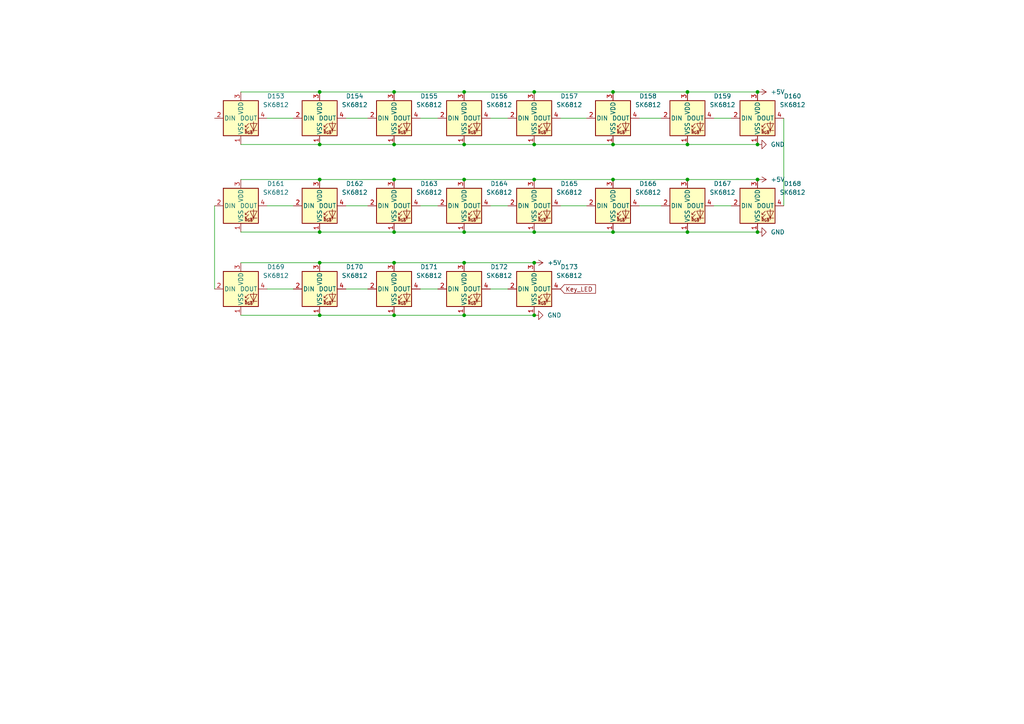
<source format=kicad_sch>
(kicad_sch (version 20250114) (generator "eeschema") (generator_version "9.0")
  (paper "A4")
  (lib_symbols
    (symbol "LED:SK6812" (pin_names (offset 0.254))
      (property "Reference" "D" (at 5.08 5.715 0))
      (property "Value" "SK6812" (at 1.27 -5.715 0))
      (symbol "SK6812_0_0"
        (text "RGB" (at 2.286 -4.191 0) (effects (font (size 0.762 0.762))))
      )
      (symbol "SK6812_0_1"
        (polyline (pts (xy 1.27 -2.54) (xy 1.778 -2.54)))
        (polyline (pts (xy 1.27 -3.556) (xy 1.778 -3.556)))
        (polyline (pts (xy 2.286 -1.524) (xy 1.27 -2.54) (xy 1.27 -2.032)))
        (polyline (pts (xy 2.286 -2.54) (xy 1.27 -3.556) (xy 1.27 -3.048)))
        (polyline (pts (xy 3.683 -1.016) (xy 3.683 -3.556) (xy 3.683 -4.064)))
        (polyline (pts (xy 4.699 -1.524) (xy 2.667 -1.524) (xy 3.683 -3.556) (xy 4.699 -1.524)))
        (polyline (pts (xy 4.699 -3.556) (xy 2.667 -3.556)))
        (rectangle (start 5.08 5.08) (end -5.08 -5.08) (stroke (width 0.254)) (fill (type background)))
      )
      (symbol "SK6812_1_1"
        (pin input line (at -7.62 0 0) (length 2.54) (name "DIN") (number "2"))
        (pin power_in line (at 0 7.62 270) (length 2.54) (name "VDD") (number "3"))
        (pin power_in line (at 0 -7.62 90) (length 2.54) (name "VSS") (number "1"))
        (pin output line (at 7.62 0 180) (length 2.54) (name "DOUT") (number "4"))
      )
    )
    (symbol "power:+5V" (power) (pin_numbers (hide yes)) (pin_names (offset 0) (hide yes))
      (property "Value" "+5V" (at 0 3.556 0))
      (symbol "+5V_0_1"
        (polyline (pts (xy -0.762 1.27) (xy 0 2.54)))
        (polyline (pts (xy 0 2.54) (xy 0.762 1.27)))
        (polyline (pts (xy 0 0) (xy 0 2.54)))
      )
      (symbol "+5V_1_1"
        (pin power_in line (at 0 0 90) (length 0) (name "~") (number "1"))
      )
    )
    (symbol "power:GND" (power) (pin_numbers (hide yes)) (pin_names (offset 0) (hide yes))
      (property "Value" "GND" (at 0 -3.81 0))
      (symbol "GND_0_1"
        (polyline (pts (xy 0 0) (xy 0 -1.27) (xy 1.27 -1.27) (xy 0 -2.54) (xy -1.27 -1.27) (xy 0 -1.27)))
      )
      (symbol "GND_1_1"
        (pin power_in line (at 0 0 270) (length 0) (name "~") (number "1"))
      )
    )
  )
  (junction (at 154.94 91.44))
  (junction (at 114.3 91.44))
  (junction (at 92.71 67.31))
  (junction (at 114.3 41.91))
  (junction (at 199.39 67.31))
  (junction (at 199.39 41.91))
  (junction (at 134.62 91.44))
  (junction (at 134.62 52.07))
  (junction (at 154.94 67.31))
  (junction (at 219.71 41.91))
  (junction (at 134.62 26.67))
  (junction (at 114.3 26.67))
  (junction (at 219.71 67.31))
  (junction (at 219.71 52.07))
  (junction (at 92.71 52.07))
  (junction (at 92.71 76.2))
  (junction (at 177.8 52.07))
  (junction (at 134.62 76.2))
  (junction (at 154.94 41.91))
  (junction (at 92.71 91.44))
  (junction (at 114.3 52.07))
  (junction (at 177.8 67.31))
  (junction (at 134.62 67.31))
  (junction (at 92.71 26.67))
  (junction (at 154.94 76.2))
  (junction (at 199.39 26.67))
  (junction (at 177.8 41.91))
  (junction (at 199.39 52.07))
  (junction (at 219.71 26.67))
  (junction (at 154.94 26.67))
  (junction (at 154.94 52.07))
  (junction (at 114.3 76.2))
  (junction (at 177.8 26.67))
  (junction (at 92.71 41.91))
  (junction (at 114.3 67.31))
  (junction (at 134.62 41.91))
  (wire (pts (xy 69.85 76.2) (xy 92.71 76.2)))
  (wire (pts (xy 142.24 83.82) (xy 147.32 83.82)))
  (wire (pts (xy 134.62 76.2) (xy 154.94 76.2)))
  (wire (pts (xy 154.94 67.31) (xy 177.8 67.31)))
  (wire (pts (xy 92.71 91.44) (xy 114.3 91.44)))
  (wire (pts (xy 114.3 52.07) (xy 134.62 52.07)))
  (wire (pts (xy 77.47 59.69) (xy 85.09 59.69)))
  (wire (pts (xy 134.62 26.67) (xy 154.94 26.67)))
  (wire (pts (xy 100.33 83.82) (xy 106.68 83.82)))
  (wire (pts (xy 142.24 34.29) (xy 147.32 34.29)))
  (wire (pts (xy 114.3 76.2) (xy 134.62 76.2)))
  (wire (pts (xy 162.56 34.29) (xy 170.18 34.29)))
  (wire (pts (xy 121.92 83.82) (xy 127 83.82)))
  (wire (pts (xy 114.3 91.44) (xy 134.62 91.44)))
  (wire (pts (xy 77.47 83.82) (xy 85.09 83.82)))
  (wire (pts (xy 121.92 34.29) (xy 127 34.29)))
  (wire (pts (xy 121.92 59.69) (xy 127 59.69)))
  (wire (pts (xy 77.47 34.29) (xy 85.09 34.29)))
  (wire (pts (xy 154.94 41.91) (xy 177.8 41.91)))
  (wire (pts (xy 69.85 91.44) (xy 92.71 91.44)))
  (wire (pts (xy 100.33 34.29) (xy 106.68 34.29)))
  (wire (pts (xy 92.71 26.67) (xy 114.3 26.67)))
  (wire (pts (xy 92.71 52.07) (xy 114.3 52.07)))
  (wire (pts (xy 134.62 52.07) (xy 154.94 52.07)))
  (wire (pts (xy 62.23 59.69) (xy 62.23 83.82)))
  (wire (pts (xy 177.8 67.31) (xy 199.39 67.31)))
  (wire (pts (xy 199.39 26.67) (xy 219.71 26.67)))
  (wire (pts (xy 154.94 26.67) (xy 177.8 26.67)))
  (wire (pts (xy 134.62 67.31) (xy 154.94 67.31)))
  (wire (pts (xy 154.94 52.07) (xy 177.8 52.07)))
  (wire (pts (xy 142.24 59.69) (xy 147.32 59.69)))
  (wire (pts (xy 100.33 59.69) (xy 106.68 59.69)))
  (wire (pts (xy 134.62 91.44) (xy 154.94 91.44)))
  (wire (pts (xy 177.8 41.91) (xy 199.39 41.91)))
  (wire (pts (xy 199.39 52.07) (xy 219.71 52.07)))
  (wire (pts (xy 69.85 67.31) (xy 92.71 67.31)))
  (wire (pts (xy 69.85 26.67) (xy 92.71 26.67)))
  (wire (pts (xy 207.01 34.29) (xy 212.09 34.29)))
  (wire (pts (xy 177.8 26.67) (xy 199.39 26.67)))
  (wire (pts (xy 92.71 41.91) (xy 114.3 41.91)))
  (wire (pts (xy 69.85 52.07) (xy 92.71 52.07)))
  (wire (pts (xy 92.71 67.31) (xy 114.3 67.31)))
  (wire (pts (xy 199.39 41.91) (xy 219.71 41.91)))
  (wire (pts (xy 114.3 67.31) (xy 134.62 67.31)))
  (wire (pts (xy 185.42 59.69) (xy 191.77 59.69)))
  (wire (pts (xy 69.85 41.91) (xy 92.71 41.91)))
  (wire (pts (xy 134.62 41.91) (xy 154.94 41.91)))
  (wire (pts (xy 114.3 26.67) (xy 134.62 26.67)))
  (wire (pts (xy 177.8 52.07) (xy 199.39 52.07)))
  (wire (pts (xy 162.56 59.69) (xy 170.18 59.69)))
  (wire (pts (xy 114.3 41.91) (xy 134.62 41.91)))
  (wire (pts (xy 207.01 59.69) (xy 212.09 59.69)))
  (wire (pts (xy 199.39 67.31) (xy 219.71 67.31)))
  (wire (pts (xy 92.71 76.2) (xy 114.3 76.2)))
  (wire (pts (xy 227.33 34.29) (xy 227.33 59.69)))
  (wire (pts (xy 185.42 34.29) (xy 191.77 34.29)))
  (global_label "Key_LED" (shape input) (at 162.56 83.82 0) (property "Intersheetrefs" "${INTERSHEET_REFS}" (effects (hide yes))))
  (symbol (lib_id "power:GND") (at 154.94 91.44 90) (unit 1)
    (property "Reference" "#PWR019" (effects (hide yes)))
    (property "Value" "GND" (at 158.75 91.4399 90) (effects (justify right)))
    (property "Description" "Power symbol creates a global label with name \"GND\" , ground" (effects (hide yes)))
  )
  (symbol (lib_id "power:+5V") (at 219.71 26.67 270) (unit 1)
    (property "Reference" "#PWR014" (effects (hide yes)))
    (property "Value" "+5V" (at 223.52 26.6699 90) (effects (justify left)))
    (property "Description" "Power symbol creates a global label with name \"+5V\"" (effects (hide yes)))
  )
  (symbol (lib_id "LED:SK6812") (at 69.85 59.69 0) (unit 1)
    (property "Reference" "D161" (at 80.01 53.2698 0))
    (property "Value" "SK6812" (at 80.01 55.8098 0))
    (property "Footprint" "LED_SMD:LED_SK6812_PLCC4_5.0x5.0mm_P3.2mm" (effects (hide yes)))
    (property "Datasheet" "https://cdn-shop.adafruit.com/product-files/1138/SK6812+LED+datasheet+.pdf" (effects (hide yes)))
    (property "Description" "RGB LED with integrated controller" (effects (hide yes)))
  )
  (symbol (lib_id "LED:SK6812") (at 92.71 83.82 0) (unit 1)
    (property "Reference" "D170" (at 102.87 77.3998 0))
    (property "Value" "SK6812" (at 102.87 79.9398 0))
    (property "Footprint" "LED_SMD:LED_SK6812_PLCC4_5.0x5.0mm_P3.2mm" (effects (hide yes)))
    (property "Datasheet" "https://cdn-shop.adafruit.com/product-files/1138/SK6812+LED+datasheet+.pdf" (effects (hide yes)))
    (property "Description" "RGB LED with integrated controller" (effects (hide yes)))
  )
  (symbol (lib_id "LED:SK6812") (at 154.94 83.82 0) (unit 1)
    (property "Reference" "D173" (at 165.1 77.3998 0))
    (property "Value" "SK6812" (at 165.1 79.9398 0))
    (property "Footprint" "LED_SMD:LED_SK6812_PLCC4_5.0x5.0mm_P3.2mm" (effects (hide yes)))
    (property "Datasheet" "https://cdn-shop.adafruit.com/product-files/1138/SK6812+LED+datasheet+.pdf" (effects (hide yes)))
    (property "Description" "RGB LED with integrated controller" (effects (hide yes)))
  )
  (symbol (lib_id "LED:SK6812") (at 114.3 34.29 0) (unit 1)
    (property "Reference" "D155" (at 124.46 27.8698 0))
    (property "Value" "SK6812" (at 124.46 30.4098 0))
    (property "Footprint" "LED_SMD:LED_SK6812_PLCC4_5.0x5.0mm_P3.2mm" (effects (hide yes)))
    (property "Datasheet" "https://cdn-shop.adafruit.com/product-files/1138/SK6812+LED+datasheet+.pdf" (effects (hide yes)))
    (property "Description" "RGB LED with integrated controller" (effects (hide yes)))
  )
  (symbol (lib_id "LED:SK6812") (at 199.39 59.69 0) (unit 1)
    (property "Reference" "D167" (at 209.55 53.2698 0))
    (property "Value" "SK6812" (at 209.55 55.8098 0))
    (property "Footprint" "LED_SMD:LED_SK6812_PLCC4_5.0x5.0mm_P3.2mm" (effects (hide yes)))
    (property "Datasheet" "https://cdn-shop.adafruit.com/product-files/1138/SK6812+LED+datasheet+.pdf" (effects (hide yes)))
    (property "Description" "RGB LED with integrated controller" (effects (hide yes)))
  )
  (symbol (lib_id "power:+5V") (at 219.71 52.07 270) (unit 1)
    (property "Reference" "#PWR015" (effects (hide yes)))
    (property "Value" "+5V" (at 223.52 52.0699 90) (effects (justify left)))
    (property "Description" "Power symbol creates a global label with name \"+5V\"" (effects (hide yes)))
  )
  (symbol (lib_id "power:GND") (at 219.71 67.31 90) (unit 1)
    (property "Reference" "#PWR018" (effects (hide yes)))
    (property "Value" "GND" (at 223.52 67.3099 90) (effects (justify right)))
    (property "Description" "Power symbol creates a global label with name \"GND\" , ground" (effects (hide yes)))
  )
  (symbol (lib_id "LED:SK6812") (at 219.71 34.29 0) (unit 1)
    (property "Reference" "D160" (at 229.87 27.8698 0))
    (property "Value" "SK6812" (at 229.87 30.4098 0))
    (property "Footprint" "LED_SMD:LED_SK6812_PLCC4_5.0x5.0mm_P3.2mm" (effects (hide yes)))
    (property "Datasheet" "https://cdn-shop.adafruit.com/product-files/1138/SK6812+LED+datasheet+.pdf" (effects (hide yes)))
    (property "Description" "RGB LED with integrated controller" (effects (hide yes)))
  )
  (symbol (lib_id "LED:SK6812") (at 219.71 59.69 0) (unit 1)
    (property "Reference" "D168" (at 229.87 53.2698 0))
    (property "Value" "SK6812" (at 229.87 55.8098 0))
    (property "Footprint" "LED_SMD:LED_SK6812_PLCC4_5.0x5.0mm_P3.2mm" (effects (hide yes)))
    (property "Datasheet" "https://cdn-shop.adafruit.com/product-files/1138/SK6812+LED+datasheet+.pdf" (effects (hide yes)))
    (property "Description" "RGB LED with integrated controller" (effects (hide yes)))
  )
  (symbol (lib_id "LED:SK6812") (at 134.62 34.29 0) (unit 1)
    (property "Reference" "D156" (at 144.78 27.8698 0))
    (property "Value" "SK6812" (at 144.78 30.4098 0))
    (property "Footprint" "LED_SMD:LED_SK6812_PLCC4_5.0x5.0mm_P3.2mm" (effects (hide yes)))
    (property "Datasheet" "https://cdn-shop.adafruit.com/product-files/1138/SK6812+LED+datasheet+.pdf" (effects (hide yes)))
    (property "Description" "RGB LED with integrated controller" (effects (hide yes)))
  )
  (symbol (lib_id "LED:SK6812") (at 92.71 34.29 0) (unit 1)
    (property "Reference" "D154" (at 102.87 27.8698 0))
    (property "Value" "SK6812" (at 102.87 30.4098 0))
    (property "Footprint" "LED_SMD:LED_SK6812_PLCC4_5.0x5.0mm_P3.2mm" (effects (hide yes)))
    (property "Datasheet" "https://cdn-shop.adafruit.com/product-files/1138/SK6812+LED+datasheet+.pdf" (effects (hide yes)))
    (property "Description" "RGB LED with integrated controller" (effects (hide yes)))
  )
  (symbol (lib_id "LED:SK6812") (at 154.94 59.69 0) (unit 1)
    (property "Reference" "D165" (at 165.1 53.2698 0))
    (property "Value" "SK6812" (at 165.1 55.8098 0))
    (property "Footprint" "LED_SMD:LED_SK6812_PLCC4_5.0x5.0mm_P3.2mm" (effects (hide yes)))
    (property "Datasheet" "https://cdn-shop.adafruit.com/product-files/1138/SK6812+LED+datasheet+.pdf" (effects (hide yes)))
    (property "Description" "RGB LED with integrated controller" (effects (hide yes)))
  )
  (symbol (lib_id "LED:SK6812") (at 69.85 34.29 0) (unit 1)
    (property "Reference" "D153" (at 80.01 27.8698 0))
    (property "Value" "SK6812" (at 80.01 30.4098 0))
    (property "Footprint" "LED_SMD:LED_SK6812_PLCC4_5.0x5.0mm_P3.2mm" (effects (hide yes)))
    (property "Datasheet" "https://cdn-shop.adafruit.com/product-files/1138/SK6812+LED+datasheet+.pdf" (effects (hide yes)))
    (property "Description" "RGB LED with integrated controller" (effects (hide yes)))
  )
  (symbol (lib_id "LED:SK6812") (at 154.94 34.29 0) (unit 1)
    (property "Reference" "D157" (at 165.1 27.8698 0))
    (property "Value" "SK6812" (at 165.1 30.4098 0))
    (property "Footprint" "LED_SMD:LED_SK6812_PLCC4_5.0x5.0mm_P3.2mm" (effects (hide yes)))
    (property "Datasheet" "https://cdn-shop.adafruit.com/product-files/1138/SK6812+LED+datasheet+.pdf" (effects (hide yes)))
    (property "Description" "RGB LED with integrated controller" (effects (hide yes)))
  )
  (symbol (lib_id "LED:SK6812") (at 134.62 83.82 0) (unit 1)
    (property "Reference" "D172" (at 144.78 77.3998 0))
    (property "Value" "SK6812" (at 144.78 79.9398 0))
    (property "Footprint" "LED_SMD:LED_SK6812_PLCC4_5.0x5.0mm_P3.2mm" (effects (hide yes)))
    (property "Datasheet" "https://cdn-shop.adafruit.com/product-files/1138/SK6812+LED+datasheet+.pdf" (effects (hide yes)))
    (property "Description" "RGB LED with integrated controller" (effects (hide yes)))
  )
  (symbol (lib_id "LED:SK6812") (at 114.3 83.82 0) (unit 1)
    (property "Reference" "D171" (at 124.46 77.3998 0))
    (property "Value" "SK6812" (at 124.46 79.9398 0))
    (property "Footprint" "LED_SMD:LED_SK6812_PLCC4_5.0x5.0mm_P3.2mm" (effects (hide yes)))
    (property "Datasheet" "https://cdn-shop.adafruit.com/product-files/1138/SK6812+LED+datasheet+.pdf" (effects (hide yes)))
    (property "Description" "RGB LED with integrated controller" (effects (hide yes)))
  )
  (symbol (lib_id "LED:SK6812") (at 92.71 59.69 0) (unit 1)
    (property "Reference" "D162" (at 102.87 53.2698 0))
    (property "Value" "SK6812" (at 102.87 55.8098 0))
    (property "Footprint" "LED_SMD:LED_SK6812_PLCC4_5.0x5.0mm_P3.2mm" (effects (hide yes)))
    (property "Datasheet" "https://cdn-shop.adafruit.com/product-files/1138/SK6812+LED+datasheet+.pdf" (effects (hide yes)))
    (property "Description" "RGB LED with integrated controller" (effects (hide yes)))
  )
  (symbol (lib_id "LED:SK6812") (at 134.62 59.69 0) (unit 1)
    (property "Reference" "D164" (at 144.78 53.2698 0))
    (property "Value" "SK6812" (at 144.78 55.8098 0))
    (property "Footprint" "LED_SMD:LED_SK6812_PLCC4_5.0x5.0mm_P3.2mm" (effects (hide yes)))
    (property "Datasheet" "https://cdn-shop.adafruit.com/product-files/1138/SK6812+LED+datasheet+.pdf" (effects (hide yes)))
    (property "Description" "RGB LED with integrated controller" (effects (hide yes)))
  )
  (symbol (lib_id "LED:SK6812") (at 199.39 34.29 0) (unit 1)
    (property "Reference" "D159" (at 209.55 27.8698 0))
    (property "Value" "SK6812" (at 209.55 30.4098 0))
    (property "Footprint" "LED_SMD:LED_SK6812_PLCC4_5.0x5.0mm_P3.2mm" (effects (hide yes)))
    (property "Datasheet" "https://cdn-shop.adafruit.com/product-files/1138/SK6812+LED+datasheet+.pdf" (effects (hide yes)))
    (property "Description" "RGB LED with integrated controller" (effects (hide yes)))
  )
  (symbol (lib_id "LED:SK6812") (at 69.85 83.82 0) (unit 1)
    (property "Reference" "D169" (at 80.01 77.3998 0))
    (property "Value" "SK6812" (at 80.01 79.9398 0))
    (property "Footprint" "LED_SMD:LED_SK6812_PLCC4_5.0x5.0mm_P3.2mm" (effects (hide yes)))
    (property "Datasheet" "https://cdn-shop.adafruit.com/product-files/1138/SK6812+LED+datasheet+.pdf" (effects (hide yes)))
    (property "Description" "RGB LED with integrated controller" (effects (hide yes)))
  )
  (symbol (lib_id "power:GND") (at 219.71 41.91 90) (unit 1)
    (property "Reference" "#PWR017" (effects (hide yes)))
    (property "Value" "GND" (at 223.52 41.9099 90) (effects (justify right)))
    (property "Description" "Power symbol creates a global label with name \"GND\" , ground" (effects (hide yes)))
  )
  (symbol (lib_id "power:+5V") (at 154.94 76.2 270) (unit 1)
    (property "Reference" "#PWR016" (effects (hide yes)))
    (property "Value" "+5V" (at 158.75 76.1999 90) (effects (justify left)))
    (property "Description" "Power symbol creates a global label with name \"+5V\"" (effects (hide yes)))
  )
  (symbol (lib_id "LED:SK6812") (at 177.8 59.69 0) (unit 1)
    (property "Reference" "D166" (at 187.96 53.2698 0))
    (property "Value" "SK6812" (at 187.96 55.8098 0))
    (property "Footprint" "LED_SMD:LED_SK6812_PLCC4_5.0x5.0mm_P3.2mm" (effects (hide yes)))
    (property "Datasheet" "https://cdn-shop.adafruit.com/product-files/1138/SK6812+LED+datasheet+.pdf" (effects (hide yes)))
    (property "Description" "RGB LED with integrated controller" (effects (hide yes)))
  )
  (symbol (lib_id "LED:SK6812") (at 114.3 59.69 0) (unit 1)
    (property "Reference" "D163" (at 124.46 53.2698 0))
    (property "Value" "SK6812" (at 124.46 55.8098 0))
    (property "Footprint" "LED_SMD:LED_SK6812_PLCC4_5.0x5.0mm_P3.2mm" (effects (hide yes)))
    (property "Datasheet" "https://cdn-shop.adafruit.com/product-files/1138/SK6812+LED+datasheet+.pdf" (effects (hide yes)))
    (property "Description" "RGB LED with integrated controller" (effects (hide yes)))
  )
  (symbol (lib_id "LED:SK6812") (at 177.8 34.29 0) (unit 1)
    (property "Reference" "D158" (at 187.96 27.8698 0))
    (property "Value" "SK6812" (at 187.96 30.4098 0))
    (property "Footprint" "LED_SMD:LED_SK6812_PLCC4_5.0x5.0mm_P3.2mm" (effects (hide yes)))
    (property "Datasheet" "https://cdn-shop.adafruit.com/product-files/1138/SK6812+LED+datasheet+.pdf" (effects (hide yes)))
    (property "Description" "RGB LED with integrated controller" (effects (hide yes)))
  )
)
</source>
